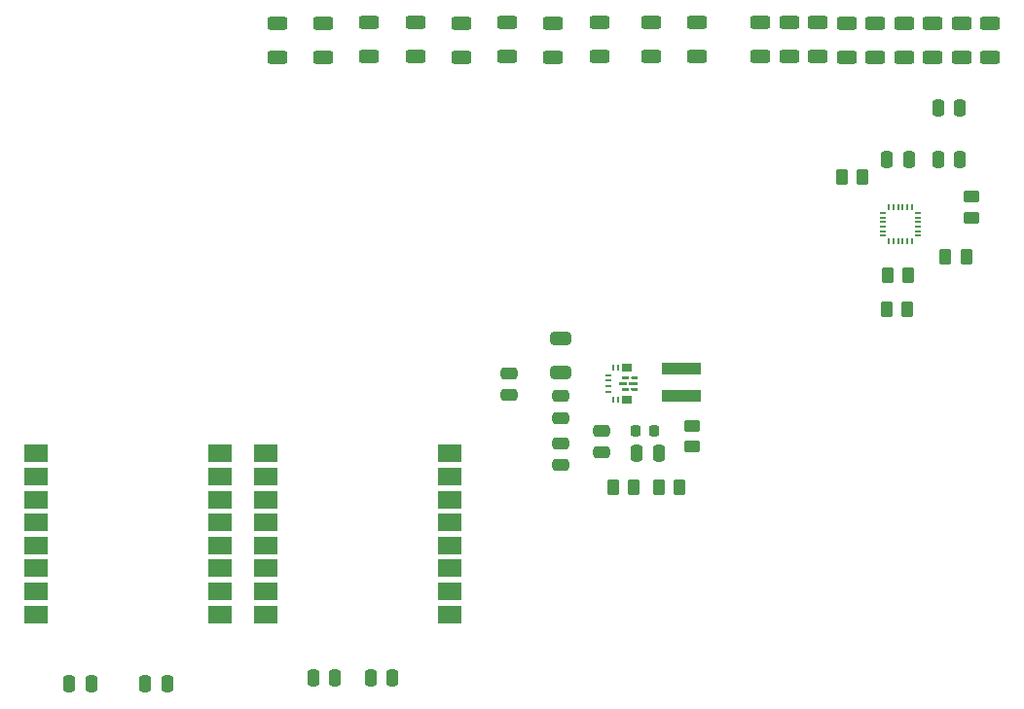
<source format=gbr>
%TF.GenerationSoftware,KiCad,Pcbnew,9.0.3*%
%TF.CreationDate,2025-07-24T22:11:21+07:00*%
%TF.ProjectId,flying thing that crashes,666c7969-6e67-4207-9468-696e67207468,rev?*%
%TF.SameCoordinates,Original*%
%TF.FileFunction,Paste,Top*%
%TF.FilePolarity,Positive*%
%FSLAX45Y45*%
G04 Gerber Fmt 4.5, Leading zero omitted, Abs format (unit mm)*
G04 Created by KiCad (PCBNEW 9.0.3) date 2025-07-24 22:11:21*
%MOMM*%
%LPD*%
G01*
G04 APERTURE LIST*
G04 Aperture macros list*
%AMRoundRect*
0 Rectangle with rounded corners*
0 $1 Rounding radius*
0 $2 $3 $4 $5 $6 $7 $8 $9 X,Y pos of 4 corners*
0 Add a 4 corners polygon primitive as box body*
4,1,4,$2,$3,$4,$5,$6,$7,$8,$9,$2,$3,0*
0 Add four circle primitives for the rounded corners*
1,1,$1+$1,$2,$3*
1,1,$1+$1,$4,$5*
1,1,$1+$1,$6,$7*
1,1,$1+$1,$8,$9*
0 Add four rect primitives between the rounded corners*
20,1,$1+$1,$2,$3,$4,$5,0*
20,1,$1+$1,$4,$5,$6,$7,0*
20,1,$1+$1,$6,$7,$8,$9,0*
20,1,$1+$1,$8,$9,$2,$3,0*%
G04 Aperture macros list end*
%ADD10C,0.000000*%
%ADD11RoundRect,0.250000X0.625000X-0.312500X0.625000X0.312500X-0.625000X0.312500X-0.625000X-0.312500X0*%
%ADD12RoundRect,0.250000X0.262500X0.450000X-0.262500X0.450000X-0.262500X-0.450000X0.262500X-0.450000X0*%
%ADD13RoundRect,0.250000X-0.250000X-0.475000X0.250000X-0.475000X0.250000X0.475000X-0.250000X0.475000X0*%
%ADD14R,2.000000X1.500000*%
%ADD15RoundRect,0.250000X-0.262500X-0.450000X0.262500X-0.450000X0.262500X0.450000X-0.262500X0.450000X0*%
%ADD16R,3.400000X0.980000*%
%ADD17R,0.599999X0.240000*%
%ADD18R,0.240000X0.599999*%
%ADD19R,0.850001X0.700001*%
%ADD20RoundRect,0.250000X0.650000X-0.325000X0.650000X0.325000X-0.650000X0.325000X-0.650000X-0.325000X0*%
%ADD21RoundRect,0.225000X-0.225000X-0.250000X0.225000X-0.250000X0.225000X0.250000X-0.225000X0.250000X0*%
%ADD22RoundRect,0.250000X0.475000X-0.250000X0.475000X0.250000X-0.475000X0.250000X-0.475000X-0.250000X0*%
%ADD23RoundRect,0.250000X-0.450000X0.262500X-0.450000X-0.262500X0.450000X-0.262500X0.450000X0.262500X0*%
%ADD24RoundRect,0.250000X-0.475000X0.250000X-0.475000X-0.250000X0.475000X-0.250000X0.475000X0.250000X0*%
%ADD25RoundRect,0.050000X-0.050000X0.225000X-0.050000X-0.225000X0.050000X-0.225000X0.050000X0.225000X0*%
%ADD26RoundRect,0.050000X-0.225000X-0.050000X0.225000X-0.050000X0.225000X0.050000X-0.225000X0.050000X0*%
%ADD27RoundRect,0.250000X0.250000X0.475000X-0.250000X0.475000X-0.250000X-0.475000X0.250000X-0.475000X0*%
G04 APERTURE END LIST*
D10*
%TO.C,U6*%
G36*
X6786726Y-5974096D02*
G01*
X6787664Y-5974381D01*
X6788528Y-5974843D01*
X6789286Y-5975464D01*
X6789907Y-5976222D01*
X6790369Y-5977086D01*
X6790654Y-5978024D01*
X6790750Y-5979000D01*
X6790750Y-5994000D01*
X6790654Y-5994975D01*
X6790369Y-5995913D01*
X6789907Y-5996778D01*
X6789286Y-5997535D01*
X6788528Y-5998157D01*
X6787664Y-5998619D01*
X6786726Y-5998904D01*
X6785750Y-5999000D01*
X6723750Y-5999000D01*
X6722774Y-5998904D01*
X6721836Y-5998619D01*
X6720972Y-5998157D01*
X6720214Y-5997535D01*
X6719593Y-5996778D01*
X6719131Y-5995913D01*
X6718846Y-5994975D01*
X6718750Y-5994000D01*
X6718750Y-5979000D01*
X6718846Y-5978024D01*
X6719131Y-5977086D01*
X6719593Y-5976222D01*
X6720214Y-5975464D01*
X6720972Y-5974843D01*
X6721836Y-5974381D01*
X6722774Y-5974096D01*
X6723750Y-5974000D01*
X6785750Y-5974000D01*
X6786726Y-5974096D01*
G37*
G36*
X6804275Y-5924096D02*
G01*
X6805213Y-5924381D01*
X6806078Y-5924843D01*
X6806836Y-5925465D01*
X6807457Y-5926222D01*
X6807920Y-5927087D01*
X6808204Y-5928025D01*
X6808300Y-5929000D01*
X6808300Y-5944000D01*
X6808204Y-5944976D01*
X6807920Y-5945914D01*
X6807457Y-5946778D01*
X6806836Y-5947536D01*
X6806078Y-5948157D01*
X6805213Y-5948619D01*
X6804275Y-5948904D01*
X6803300Y-5949000D01*
X6755800Y-5949000D01*
X6754825Y-5948904D01*
X6753887Y-5948619D01*
X6753022Y-5948157D01*
X6752265Y-5947536D01*
X6751643Y-5946778D01*
X6751181Y-5945914D01*
X6750896Y-5944976D01*
X6750800Y-5944000D01*
X6750800Y-5929000D01*
X6750896Y-5928025D01*
X6751181Y-5927087D01*
X6751643Y-5926222D01*
X6752265Y-5925465D01*
X6753022Y-5924843D01*
X6753887Y-5924381D01*
X6754825Y-5924096D01*
X6755800Y-5924000D01*
X6803300Y-5924000D01*
X6804275Y-5924096D01*
G37*
G36*
X6804275Y-6024096D02*
G01*
X6805213Y-6024380D01*
X6806078Y-6024843D01*
X6806836Y-6025464D01*
X6807457Y-6026222D01*
X6807920Y-6027086D01*
X6808204Y-6028024D01*
X6808300Y-6029000D01*
X6808300Y-6044000D01*
X6808204Y-6044975D01*
X6807920Y-6045913D01*
X6807457Y-6046778D01*
X6806836Y-6047535D01*
X6806078Y-6048157D01*
X6805213Y-6048619D01*
X6804275Y-6048904D01*
X6803300Y-6049000D01*
X6755800Y-6049000D01*
X6754825Y-6048904D01*
X6753887Y-6048619D01*
X6753022Y-6048157D01*
X6752265Y-6047535D01*
X6751643Y-6046778D01*
X6751181Y-6045913D01*
X6750896Y-6044975D01*
X6750800Y-6044000D01*
X6750800Y-6029000D01*
X6750896Y-6028024D01*
X6751181Y-6027086D01*
X6751643Y-6026222D01*
X6752265Y-6025464D01*
X6753022Y-6024843D01*
X6753887Y-6024380D01*
X6754825Y-6024096D01*
X6755800Y-6024000D01*
X6803300Y-6024000D01*
X6804275Y-6024096D01*
G37*
G36*
X6826725Y-5851596D02*
G01*
X6827664Y-5851881D01*
X6828528Y-5852343D01*
X6829286Y-5852965D01*
X6829907Y-5853722D01*
X6830370Y-5854587D01*
X6830654Y-5855525D01*
X6830750Y-5856500D01*
X6830750Y-5871500D01*
X6830654Y-5872476D01*
X6830370Y-5873414D01*
X6829907Y-5874278D01*
X6829286Y-5875036D01*
X6828528Y-5875657D01*
X6827664Y-5876119D01*
X6826725Y-5876404D01*
X6825750Y-5876500D01*
X6760750Y-5876500D01*
X6759775Y-5876404D01*
X6758837Y-5876119D01*
X6757972Y-5875657D01*
X6757215Y-5875036D01*
X6756593Y-5874278D01*
X6756131Y-5873414D01*
X6755846Y-5872476D01*
X6755750Y-5871500D01*
X6755750Y-5856500D01*
X6755846Y-5855525D01*
X6756131Y-5854587D01*
X6756593Y-5853722D01*
X6757215Y-5852965D01*
X6757972Y-5852343D01*
X6758837Y-5851881D01*
X6759775Y-5851596D01*
X6760750Y-5851500D01*
X6825750Y-5851500D01*
X6826725Y-5851596D01*
G37*
G36*
X6826725Y-6096596D02*
G01*
X6827664Y-6096880D01*
X6828528Y-6097343D01*
X6829286Y-6097964D01*
X6829907Y-6098722D01*
X6830370Y-6099586D01*
X6830654Y-6100524D01*
X6830750Y-6101500D01*
X6830750Y-6116500D01*
X6830654Y-6117475D01*
X6830370Y-6118413D01*
X6829907Y-6119278D01*
X6829286Y-6120035D01*
X6828528Y-6120657D01*
X6827664Y-6121119D01*
X6826725Y-6121404D01*
X6825750Y-6121500D01*
X6760750Y-6121500D01*
X6759775Y-6121404D01*
X6758837Y-6121119D01*
X6757972Y-6120657D01*
X6757215Y-6120035D01*
X6756593Y-6119278D01*
X6756131Y-6118413D01*
X6755846Y-6117475D01*
X6755750Y-6116500D01*
X6755750Y-6101500D01*
X6755846Y-6100524D01*
X6756131Y-6099586D01*
X6756593Y-6098722D01*
X6757215Y-6097964D01*
X6757972Y-6097343D01*
X6758837Y-6096880D01*
X6759775Y-6096596D01*
X6760750Y-6096500D01*
X6825750Y-6096500D01*
X6826725Y-6096596D01*
G37*
G36*
X6776725Y-6096596D02*
G01*
X6777663Y-6096880D01*
X6778528Y-6097343D01*
X6779285Y-6097965D01*
X6779907Y-6098722D01*
X6780369Y-6099587D01*
X6780654Y-6100525D01*
X6780750Y-6101500D01*
X6780750Y-6151500D01*
X6780654Y-6152475D01*
X6780369Y-6153413D01*
X6779907Y-6154278D01*
X6779285Y-6155035D01*
X6778528Y-6155657D01*
X6777663Y-6156119D01*
X6776725Y-6156404D01*
X6775750Y-6156500D01*
X6760750Y-6156500D01*
X6759774Y-6156404D01*
X6758836Y-6156119D01*
X6757972Y-6155657D01*
X6757214Y-6155035D01*
X6756593Y-6154278D01*
X6756131Y-6153413D01*
X6755846Y-6152475D01*
X6755750Y-6151500D01*
X6755750Y-6101500D01*
X6755846Y-6100525D01*
X6756131Y-6099587D01*
X6756593Y-6098722D01*
X6757214Y-6097965D01*
X6757972Y-6097343D01*
X6758836Y-6096880D01*
X6759774Y-6096596D01*
X6760750Y-6096500D01*
X6775750Y-6096500D01*
X6776725Y-6096596D01*
G37*
G36*
X6776725Y-5816596D02*
G01*
X6777663Y-5816881D01*
X6778528Y-5817343D01*
X6779285Y-5817965D01*
X6779907Y-5818722D01*
X6780369Y-5819587D01*
X6780654Y-5820525D01*
X6780750Y-5821500D01*
X6780750Y-5871500D01*
X6780654Y-5872475D01*
X6780369Y-5873413D01*
X6779907Y-5874278D01*
X6779285Y-5875035D01*
X6778528Y-5875657D01*
X6777663Y-5876119D01*
X6776725Y-5876404D01*
X6775750Y-5876500D01*
X6760750Y-5876500D01*
X6759774Y-5876404D01*
X6758836Y-5876119D01*
X6757972Y-5875657D01*
X6757214Y-5875035D01*
X6756593Y-5874278D01*
X6756131Y-5873413D01*
X6755846Y-5872475D01*
X6755750Y-5871500D01*
X6755750Y-5821500D01*
X6755846Y-5820525D01*
X6756131Y-5819587D01*
X6756593Y-5818722D01*
X6757214Y-5817965D01*
X6757972Y-5817343D01*
X6758836Y-5816881D01*
X6759774Y-5816596D01*
X6760750Y-5816500D01*
X6775750Y-5816500D01*
X6776725Y-5816596D01*
G37*
G36*
X6878726Y-5974096D02*
G01*
X6879664Y-5974381D01*
X6880528Y-5974843D01*
X6881286Y-5975464D01*
X6881908Y-5976222D01*
X6882370Y-5977086D01*
X6882654Y-5978024D01*
X6882750Y-5979000D01*
X6882750Y-5994000D01*
X6882654Y-5994975D01*
X6882370Y-5995913D01*
X6881908Y-5996778D01*
X6881286Y-5997535D01*
X6880528Y-5998157D01*
X6879664Y-5998619D01*
X6878726Y-5998904D01*
X6877750Y-5999000D01*
X6815750Y-5999000D01*
X6814775Y-5998904D01*
X6813837Y-5998619D01*
X6812972Y-5998157D01*
X6812214Y-5997535D01*
X6811593Y-5996778D01*
X6811131Y-5995913D01*
X6810846Y-5994975D01*
X6810750Y-5994000D01*
X6810750Y-5979000D01*
X6810846Y-5978024D01*
X6811131Y-5977086D01*
X6811593Y-5976222D01*
X6812214Y-5975464D01*
X6812972Y-5974843D01*
X6813837Y-5974381D01*
X6814775Y-5974096D01*
X6815750Y-5974000D01*
X6877750Y-5974000D01*
X6878726Y-5974096D01*
G37*
G36*
X6826726Y-6096596D02*
G01*
X6827664Y-6096880D01*
X6828528Y-6097343D01*
X6829286Y-6097965D01*
X6829908Y-6098722D01*
X6830370Y-6099587D01*
X6830654Y-6100525D01*
X6830750Y-6101500D01*
X6830750Y-6151500D01*
X6830654Y-6152475D01*
X6830370Y-6153413D01*
X6829908Y-6154278D01*
X6829286Y-6155035D01*
X6828528Y-6155657D01*
X6827664Y-6156119D01*
X6826726Y-6156404D01*
X6825750Y-6156500D01*
X6810750Y-6156500D01*
X6809775Y-6156404D01*
X6808837Y-6156119D01*
X6807972Y-6155657D01*
X6807215Y-6155035D01*
X6806593Y-6154278D01*
X6806131Y-6153413D01*
X6805846Y-6152475D01*
X6805750Y-6151500D01*
X6805750Y-6101500D01*
X6805846Y-6100525D01*
X6806131Y-6099587D01*
X6806593Y-6098722D01*
X6807215Y-6097965D01*
X6807972Y-6097343D01*
X6808837Y-6096880D01*
X6809775Y-6096596D01*
X6810750Y-6096500D01*
X6825750Y-6096500D01*
X6826726Y-6096596D01*
G37*
G36*
X6826726Y-5816596D02*
G01*
X6827664Y-5816881D01*
X6828528Y-5817343D01*
X6829286Y-5817965D01*
X6829908Y-5818722D01*
X6830370Y-5819587D01*
X6830654Y-5820525D01*
X6830750Y-5821500D01*
X6830750Y-5871500D01*
X6830654Y-5872475D01*
X6830370Y-5873413D01*
X6829908Y-5874278D01*
X6829286Y-5875035D01*
X6828528Y-5875657D01*
X6827664Y-5876119D01*
X6826726Y-5876404D01*
X6825750Y-5876500D01*
X6810750Y-5876500D01*
X6809775Y-5876404D01*
X6808837Y-5876119D01*
X6807972Y-5875657D01*
X6807215Y-5875035D01*
X6806593Y-5874278D01*
X6806131Y-5873413D01*
X6805846Y-5872475D01*
X6805750Y-5871500D01*
X6805750Y-5821500D01*
X6805846Y-5820525D01*
X6806131Y-5819587D01*
X6806593Y-5818722D01*
X6807215Y-5817965D01*
X6807972Y-5817343D01*
X6808837Y-5816881D01*
X6809775Y-5816596D01*
X6810750Y-5816500D01*
X6825750Y-5816500D01*
X6826726Y-5816596D01*
G37*
G36*
X6881775Y-5924096D02*
G01*
X6882713Y-5924381D01*
X6883578Y-5924843D01*
X6884335Y-5925465D01*
X6884957Y-5926222D01*
X6885420Y-5927087D01*
X6885704Y-5928025D01*
X6885800Y-5929000D01*
X6885800Y-5944000D01*
X6885704Y-5944976D01*
X6885420Y-5945914D01*
X6884957Y-5946778D01*
X6884335Y-5947536D01*
X6883578Y-5948157D01*
X6882713Y-5948619D01*
X6881775Y-5948904D01*
X6880800Y-5949000D01*
X6833300Y-5949000D01*
X6832325Y-5948904D01*
X6831387Y-5948619D01*
X6830522Y-5948157D01*
X6829765Y-5947536D01*
X6829143Y-5946778D01*
X6828681Y-5945914D01*
X6828396Y-5944976D01*
X6828300Y-5944000D01*
X6828300Y-5929000D01*
X6828396Y-5928025D01*
X6828681Y-5927087D01*
X6829143Y-5926222D01*
X6829765Y-5925465D01*
X6830522Y-5924843D01*
X6831387Y-5924381D01*
X6832325Y-5924096D01*
X6833300Y-5924000D01*
X6880800Y-5924000D01*
X6881775Y-5924096D01*
G37*
G36*
X6881775Y-6024096D02*
G01*
X6882713Y-6024380D01*
X6883578Y-6024843D01*
X6884335Y-6025464D01*
X6884957Y-6026222D01*
X6885420Y-6027086D01*
X6885704Y-6028024D01*
X6885800Y-6029000D01*
X6885800Y-6044000D01*
X6885704Y-6044975D01*
X6885420Y-6045913D01*
X6884957Y-6046778D01*
X6884335Y-6047535D01*
X6883578Y-6048157D01*
X6882713Y-6048619D01*
X6881775Y-6048904D01*
X6880800Y-6049000D01*
X6833300Y-6049000D01*
X6832325Y-6048904D01*
X6831387Y-6048619D01*
X6830522Y-6048157D01*
X6829765Y-6047535D01*
X6829143Y-6046778D01*
X6828681Y-6045913D01*
X6828396Y-6044975D01*
X6828300Y-6044000D01*
X6828300Y-6029000D01*
X6828396Y-6028024D01*
X6828681Y-6027086D01*
X6829143Y-6026222D01*
X6829765Y-6025464D01*
X6830522Y-6024843D01*
X6831387Y-6024380D01*
X6832325Y-6024096D01*
X6833300Y-6024000D01*
X6880800Y-6024000D01*
X6881775Y-6024096D01*
G37*
%TD*%
D11*
%TO.C,R7*%
X6150000Y-3146000D03*
X6150000Y-2853500D03*
%TD*%
%TO.C,R15*%
X9450000Y-3146000D03*
X9450000Y-2853500D03*
%TD*%
%TO.C,R4*%
X4950000Y-3138500D03*
X4950000Y-2846000D03*
%TD*%
%TO.C,R34*%
X3750000Y-3146000D03*
X3750000Y-2853500D03*
%TD*%
D12*
%TO.C,R31*%
X9741250Y-4881000D03*
X9558750Y-4881000D03*
%TD*%
D11*
%TO.C,R16*%
X9700000Y-3146000D03*
X9700000Y-2853500D03*
%TD*%
D13*
%TO.C,C19*%
X2600000Y-8600000D03*
X2790000Y-8600000D03*
%TD*%
D14*
%TO.C,U3*%
X1650000Y-6596000D03*
X1650000Y-6796000D03*
X1650000Y-6996000D03*
X1650000Y-7196000D03*
X1650000Y-7396000D03*
X1650000Y-7596000D03*
X1650000Y-7796000D03*
X1650000Y-7996000D03*
X3250000Y-7996000D03*
X3250000Y-7796000D03*
X3250000Y-7596000D03*
X3250000Y-7396000D03*
X3250000Y-7196000D03*
X3250000Y-6996000D03*
X3250000Y-6796000D03*
X3250000Y-6596000D03*
%TD*%
D15*
%TO.C,R27*%
X8657500Y-4189750D03*
X8840000Y-4189750D03*
%TD*%
D11*
%TO.C,R33*%
X4150000Y-3146000D03*
X4150000Y-2853500D03*
%TD*%
D13*
%TO.C,C14*%
X9500000Y-3589750D03*
X9690000Y-3589750D03*
%TD*%
D16*
%TO.C,L1*%
X7268250Y-5859500D03*
X7268250Y-6096500D03*
%TD*%
D11*
%TO.C,R13*%
X8950000Y-3146000D03*
X8950000Y-2853500D03*
%TD*%
D15*
%TO.C,R30*%
X9050000Y-5339750D03*
X9232500Y-5339750D03*
%TD*%
D11*
%TO.C,R32*%
X4550000Y-3138500D03*
X4550000Y-2846000D03*
%TD*%
D17*
%TO.C,U6*%
X6625750Y-5911500D03*
X6625750Y-5961500D03*
X6625750Y-6011500D03*
X6625750Y-6061500D03*
D18*
X6668250Y-6126500D03*
X6718250Y-6126500D03*
D19*
X6793250Y-6126500D03*
X6793250Y-6126500D03*
X6793250Y-5846500D03*
X6793250Y-5846500D03*
D18*
X6718250Y-5846500D03*
X6668250Y-5846500D03*
%TD*%
D13*
%TO.C,C17*%
X4060000Y-8550000D03*
X4250000Y-8550000D03*
%TD*%
D20*
%TO.C,C8*%
X6218250Y-5891500D03*
X6218250Y-5596500D03*
%TD*%
D12*
%TO.C,R18*%
X6850750Y-6891500D03*
X6668250Y-6891500D03*
%TD*%
D13*
%TO.C,C13*%
X9500000Y-4039750D03*
X9690000Y-4039750D03*
%TD*%
D15*
%TO.C,R19*%
X7068250Y-6886500D03*
X7250750Y-6886500D03*
%TD*%
D11*
%TO.C,R2*%
X7000000Y-3138500D03*
X7000000Y-2846000D03*
%TD*%
D15*
%TO.C,R29*%
X9057500Y-5039750D03*
X9240000Y-5039750D03*
%TD*%
D21*
%TO.C,C9*%
X6868250Y-6396500D03*
X7023250Y-6396500D03*
%TD*%
D22*
%TO.C,C12*%
X6218250Y-6286500D03*
X6218250Y-6096500D03*
%TD*%
D23*
%TO.C,R28*%
X9790000Y-4357250D03*
X9790000Y-4539750D03*
%TD*%
D24*
%TO.C,C7*%
X6218250Y-6506500D03*
X6218250Y-6696500D03*
%TD*%
D11*
%TO.C,R8*%
X6550000Y-3138500D03*
X6550000Y-2846000D03*
%TD*%
%TO.C,R14*%
X9200000Y-3146000D03*
X9200000Y-2853500D03*
%TD*%
%TO.C,R12*%
X8700000Y-3146000D03*
X8700000Y-2853500D03*
%TD*%
D13*
%TO.C,C15*%
X9055000Y-4039750D03*
X9245000Y-4039750D03*
%TD*%
%TO.C,C16*%
X4560000Y-8550000D03*
X4750000Y-8550000D03*
%TD*%
%TO.C,C18*%
X1940000Y-8600000D03*
X2130000Y-8600000D03*
%TD*%
D14*
%TO.C,U2*%
X3650000Y-6596000D03*
X3650000Y-6796000D03*
X3650000Y-6996000D03*
X3650000Y-7196000D03*
X3650000Y-7396000D03*
X3650000Y-7596000D03*
X3650000Y-7796000D03*
X3650000Y-7996000D03*
X5250000Y-7996000D03*
X5250000Y-7796000D03*
X5250000Y-7596000D03*
X5250000Y-7396000D03*
X5250000Y-7196000D03*
X5250000Y-6996000D03*
X5250000Y-6796000D03*
X5250000Y-6596000D03*
%TD*%
D25*
%TO.C,U5*%
X9270000Y-4450000D03*
X9230000Y-4450000D03*
X9190000Y-4450000D03*
X9150000Y-4450000D03*
X9110000Y-4450000D03*
X9070000Y-4450000D03*
D26*
X9020000Y-4500000D03*
X9020000Y-4540000D03*
X9020000Y-4580000D03*
X9020000Y-4620000D03*
X9020000Y-4660000D03*
X9020000Y-4700000D03*
D25*
X9070000Y-4750000D03*
X9110000Y-4750000D03*
X9150000Y-4750000D03*
X9190000Y-4750000D03*
X9230000Y-4750000D03*
X9270000Y-4750000D03*
D26*
X9320000Y-4700000D03*
X9320000Y-4660000D03*
X9320000Y-4620000D03*
X9320000Y-4580000D03*
X9320000Y-4540000D03*
X9320000Y-4500000D03*
%TD*%
D22*
%TO.C,C6*%
X6568250Y-6586500D03*
X6568250Y-6396500D03*
%TD*%
D23*
%TO.C,R20*%
X7359500Y-6354000D03*
X7359500Y-6536500D03*
%TD*%
D11*
%TO.C,R9*%
X7950000Y-3138500D03*
X7950000Y-2846000D03*
%TD*%
D22*
%TO.C,C11*%
X5768250Y-6086500D03*
X5768250Y-5896500D03*
%TD*%
D11*
%TO.C,R6*%
X5750000Y-3138500D03*
X5750000Y-2846000D03*
%TD*%
%TO.C,R3*%
X7400000Y-3138500D03*
X7400000Y-2846000D03*
%TD*%
%TO.C,R11*%
X8450000Y-3138500D03*
X8450000Y-2846000D03*
%TD*%
%TO.C,R5*%
X5350000Y-3146000D03*
X5350000Y-2853500D03*
%TD*%
D27*
%TO.C,C10*%
X7068250Y-6596500D03*
X6878250Y-6596500D03*
%TD*%
D11*
%TO.C,R10*%
X8200000Y-3138500D03*
X8200000Y-2846000D03*
%TD*%
%TO.C,R17*%
X9950000Y-3146000D03*
X9950000Y-2853500D03*
%TD*%
M02*

</source>
